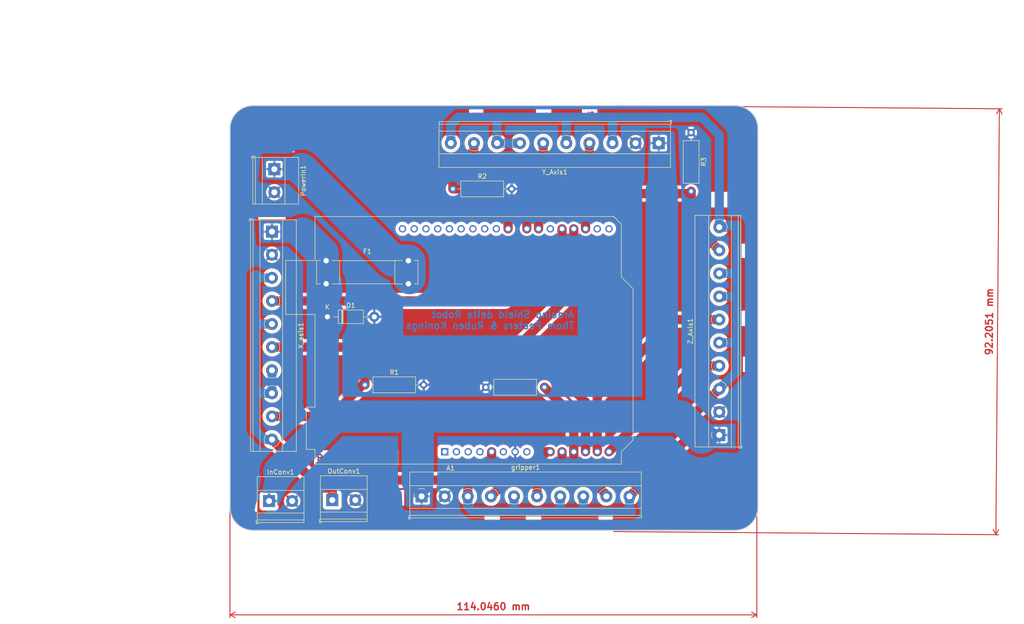
<source format=kicad_pcb>
(kicad_pcb (version 20221018) (generator pcbnew)
  (layers (0 "F.Cu" signal) (31 "B.Cu" signal) (34 "B.Paste" user) (35 "F.Paste" user) (36 "B.SilkS" user "B.Silkscreen") (37 "F.SilkS" user "F.Silkscreen") (38 "B.Mask" user) (39 "F.Mask" user) (44 "Edge.Cuts" user))
  (net 0 "")
  (net 17 "/24+")
  (net 18 "GND")
  (net 19 "/5V")
  (net 20 "/DirGrip")
  (net 21 "/LimitSwY")
  (net 22 "/DirY")
  (net 23 "/StepY")
  (net 24 "/LimitSwX")
  (net 25 "/DirX")
  (net 26 "/StepX")
  (net 27 "/LimitSwZ")
  (net 28 "/LimitSwGrip")
  (net 29 "/StepGrip")
  (net 31 "/DirZ")
  (net 33 "/stepZ")
  (net 34 "/24 V  in")
  (footprint "TerminalBlock_Phoenix:TerminalBlock_Phoenix_MKDS-1,5-10_1x10_P5.00mm_Horizontal" (layer "F.Cu") (at 270.256 151.332 90)
    (fp_text reference "Z_Axis1" (at 22.5 -6.26 90) (layer "F.SilkS"))
    (fp_text value "Screw_Terminal_01x10" hide)
    (pad "1" thru_hole rect (at 0 0 90) (size 2.6 2.6) (drill 1.3) (layers "*.Cu" "*.Mask") (net 17 "/24+"))
    (pad "2" thru_hole circle (at 5 0 90) (size 2.6 2.6) (drill 1.3) (layers "*.Cu" "*.Mask") (net 18 "GND"))
    (pad "3" thru_hole circle (at 10 0 90) (size 2.6 2.6) (drill 1.3) (layers "*.Cu" "*.Mask") (net 19 "/5V"))
    (pad "4" thru_hole circle (at 15 0 90) (size 2.6 2.6) (drill 1.3) (layers "*.Cu" "*.Mask") (net 33 "/stepZ"))
    (pad "5" thru_hole circle (at 20 0 90) (size 2.6 2.6) (drill 1.3) (layers "*.Cu" "*.Mask") (net 19 "/5V"))
    (pad "6" thru_hole circle (at 25 0 90) (size 2.6 2.6) (drill 1.3) (layers "*.Cu" "*.Mask") (net 31 "/DirZ"))
    (pad "7" thru_hole circle (at 30 0 90) (size 2.6 2.6) (drill 1.3) (layers "*.Cu" "*.Mask") (net 19 "/5V"))
    (pad "8" thru_hole circle (at 35 0 90) (size 2.6 2.6) (drill 1.3) (layers "*.Cu" "*.Mask") (net 19 "/5V"))
    (pad "9" thru_hole circle (at 40 0 90) (size 2.6 2.6) (drill 1.3) (layers "*.Cu" "*.Mask") (net 27 "/LimitSwZ"))
    (pad "10" thru_hole circle (at 45 0 90) (size 2.6 2.6) (drill 1.3) (layers "*.Cu" "*.Mask") (net 19 "/5V"))
  )
  (footprint "Resistor_THT:R_Axial_DIN0309_L9.0mm_D3.2mm_P12.70mm_Horizontal" (layer "F.Cu") (at 219.71 140.97)
    (fp_text reference "R4" hide)
    (fp_text value "1KR")
    (pad "1" thru_hole circle (at 0 0) (size 1.6 1.6) (drill 0.8) (layers "*.Cu" "*.Mask") (net 18 "GND"))
    (pad "2" thru_hole oval (at 12.7 0) (size 1.6 1.6) (drill 0.8) (layers "*.Cu" "*.Mask") (net 28 "/LimitSwGrip"))
  )
  (footprint "Resistor_THT:R_Axial_DIN0309_L9.0mm_D3.2mm_P12.70mm_Horizontal" (layer "F.Cu") (at 193.548 140.462)
    (fp_text reference "R1" (at 6.35 -2.72) (layer "F.SilkS"))
    (fp_text value "1KR")
    (pad "1" thru_hole circle (at 0 0) (size 1.6 1.6) (drill 0.8) (layers "*.Cu" "*.Mask") (net 24 "/LimitSwX"))
    (pad "2" thru_hole oval (at 12.7 0) (size 1.6 1.6) (drill 0.8) (layers "*.Cu" "*.Mask") (net 18 "GND"))
  )
  (footprint "TerminalBlock_Phoenix:TerminalBlock_Phoenix_MKDS-1,5-10_1x10_P5.00mm_Horizontal" (layer "F.Cu") (at 257.142 88.138 180)
    (fp_text reference "Y_Axis1" (at 22.5 -6.26) (layer "F.SilkS"))
    (fp_text value "Screw_Terminal_01x10" hide)
    (pad "1" thru_hole rect (at 0 0 180) (size 2.6 2.6) (drill 1.3) (layers "*.Cu" "*.Mask") (net 17 "/24+"))
    (pad "2" thru_hole circle (at 5 0 180) (size 2.6 2.6) (drill 1.3) (layers "*.Cu" "*.Mask") (net 18 "GND"))
    (pad "3" thru_hole circle (at 10 0 180) (size 2.6 2.6) (drill 1.3) (layers "*.Cu" "*.Mask") (net 19 "/5V"))
    (pad "4" thru_hole circle (at 15 0 180) (size 2.6 2.6) (drill 1.3) (layers "*.Cu" "*.Mask") (net 23 "/StepY"))
    (pad "5" thru_hole circle (at 20 0 180) (size 2.6 2.6) (drill 1.3) (layers "*.Cu" "*.Mask") (net 19 "/5V"))
    (pad "6" thru_hole circle (at 25 0 180) (size 2.6 2.6) (drill 1.3) (layers "*.Cu" "*.Mask") (net 22 "/DirY"))
    (pad "7" thru_hole circle (at 30 0 180) (size 2.6 2.6) (drill 1.3) (layers "*.Cu" "*.Mask") (net 19 "/5V"))
    (pad "8" thru_hole circle (at 35 0 180) (size 2.6 2.6) (drill 1.3) (layers "*.Cu" "*.Mask") (net 19 "/5V"))
    (pad "9" thru_hole circle (at 40 0 180) (size 2.6 2.6) (drill 1.3) (layers "*.Cu" "*.Mask") (net 21 "/LimitSwY"))
    (pad "10" thru_hole circle (at 45 0 180) (size 2.6 2.6) (drill 1.3) (layers "*.Cu" "*.Mask") (net 19 "/5V"))
  )
  (footprint "Resistor_THT:R_Axial_DIN0309_L9.0mm_D3.2mm_P12.70mm_Horizontal" (layer "F.Cu") (at 212.598 98.044)
    (fp_text reference "R2" (at 6.35 -2.72) (layer "F.SilkS"))
    (fp_text value "1KR")
    (pad "1" thru_hole circle (at 0 0) (size 1.6 1.6) (drill 0.8) (layers "*.Cu" "*.Mask") (net 21 "/LimitSwY"))
    (pad "2" thru_hole oval (at 12.7 0) (size 1.6 1.6) (drill 0.8) (layers "*.Cu" "*.Mask") (net 18 "GND"))
  )
  (footprint "TerminalBlock_Phoenix:TerminalBlock_Phoenix_MKDS-1,5-10_1x10_P5.00mm_Horizontal" (layer "F.Cu") (at 205.82 164.592)
    (fp_text reference "gripper1" (at 22.5 -6.26) (layer "F.SilkS"))
    (fp_text value "Screw_Terminal_01x10")
    (pad "1" thru_hole rect (at 0 0) (size 2.6 2.6) (drill 1.3) (layers "*.Cu" "*.Mask") (net 17 "/24+"))
    (pad "2" thru_hole circle (at 5 0) (size 2.6 2.6) (drill 1.3) (layers "*.Cu" "*.Mask") (net 18 "GND"))
    (pad "3" thru_hole circle (at 10 0) (size 2.6 2.6) (drill 1.3) (layers "*.Cu" "*.Mask") (net 19 "/5V"))
    (pad "4" thru_hole circle (at 15 0) (size 2.6 2.6) (drill 1.3) (layers "*.Cu" "*.Mask") (net 29 "/StepGrip"))
    (pad "5" thru_hole circle (at 20 0) (size 2.6 2.6) (drill 1.3) (layers "*.Cu" "*.Mask") (net 19 "/5V"))
    (pad "6" thru_hole circle (at 25 0) (size 2.6 2.6) (drill 1.3) (layers "*.Cu" "*.Mask") (net 20 "/DirGrip"))
    (pad "7" thru_hole circle (at 30 0) (size 2.6 2.6) (drill 1.3) (layers "*.Cu" "*.Mask") (net 19 "/5V"))
    (pad "8" thru_hole circle (at 35 0) (size 2.6 2.6) (drill 1.3) (layers "*.Cu" "*.Mask") (net 19 "/5V"))
    (pad "9" thru_hole circle (at 40 0) (size 2.6 2.6) (drill 1.3) (layers "*.Cu" "*.Mask") (net 28 "/LimitSwGrip"))
    (pad "10" thru_hole circle (at 45 0) (size 2.6 2.6) (drill 1.3) (layers "*.Cu" "*.Mask") (net 19 "/5V"))
  )
  (footprint "TerminalBlock_Phoenix:TerminalBlock_Phoenix_MKDS-1,5-2_1x02_P5.00mm_Horizontal" (layer "F.Cu") (at 172.8 165.608)
    (fp_text reference "InConv1" (at 2.5 -6.26) (layer "F.SilkS"))
    (fp_text value "Screw_Terminal_01x02")
    (pad "1" thru_hole rect (at 0 0) (size 2.6 2.6) (drill 1.3) (layers "*.Cu" "*.Mask") (net 17 "/24+"))
    (pad "2" thru_hole circle (at 5 0) (size 2.6 2.6) (drill 1.3) (layers "*.Cu" "*.Mask") (net 18 "GND"))
  )
  (footprint "Module:Arduino_UNO_R3" (layer "F.Cu") (at 210.82 109.22)
    (fp_text reference "A1" (at 1.27 49.276 180) (layer "F.SilkS"))
    (fp_text value "Arduino_UNO_R3")
    (pad "1" thru_hole rect (at 0 45.72 270) (size 1.6 1.6) (drill 1) (layers "*.Cu" "*.Mask"))
    (pad "2" thru_hole oval (at 2.54 45.72 270) (size 1.6 1.6) (drill 1) (layers "*.Cu" "*.Mask"))
    (pad "3" thru_hole oval (at 5.08 45.72 270) (size 1.6 1.6) (drill 1) (layers "*.Cu" "*.Mask"))
    (pad "4" thru_hole oval (at 7.62 45.72 270) (size 1.6 1.6) (drill 1) (layers "*.Cu" "*.Mask"))
    (pad "5" thru_hole oval (at 10.16 45.72 270) (size 1.6 1.6) (drill 1) (layers "*.Cu" "*.Mask") (net 19 "/5V"))
    (pad "6" thru_hole oval (at 12.7 45.72 270) (size 1.6 1.6) (drill 1) (layers "*.Cu" "*.Mask"))
    (pad "7" thru_hole oval (at 15.24 45.72 270) (size 1.6 1.6) (drill 1) (layers "*.Cu" "*.Mask") (net 18 "GND"))
    (pad "8" thru_hole oval (at 17.78 45.72 270) (size 1.6 1.6) (drill 1) (layers "*.Cu" "*.Mask"))
    (pad "9" thru_hole oval (at 22.86 45.72 270) (size 1.6 1.6) (drill 1) (layers "*.Cu" "*.Mask") (net 29 "/StepGrip"))
    (pad "10" thru_hole oval (at 25.4 45.72 270) (size 1.6 1.6) (drill 1) (layers "*.Cu" "*.Mask") (net 20 "/DirGrip"))
    (pad "11" thru_hole oval (at 27.94 45.72 270) (size 1.6 1.6) (drill 1) (layers "*.Cu" "*.Mask") (net 28 "/LimitSwGrip"))
    (pad "12" thru_hole oval (at 30.48 45.72 270) (size 1.6 1.6) (drill 1) (layers "*.Cu" "*.Mask") (net 24 "/LimitSwX"))
    (pad "13" thru_hole oval (at 33.02 45.72 270) (size 1.6 1.6) (drill 1) (layers "*.Cu" "*.Mask") (net 31 "/DirZ"))
    (pad "14" thru_hole oval (at 35.56 45.72 270) (size 1.6 1.6) (drill 1) (layers "*.Cu" "*.Mask") (net 33 "/stepZ"))
    (pad "15" thru_hole oval (at 35.56 -2.54 270) (size 1.6 1.6) (drill 1) (layers "*.Cu" "*.Mask"))
    (pad "16" thru_hole oval (at 33.02 -2.54 270) (size 1.6 1.6) (drill 1) (layers "*.Cu" "*.Mask"))
    (pad "17" thru_hole oval (at 30.48 -2.54 270) (size 1.6 1.6) (drill 1) (layers "*.Cu" "*.Mask") (net 27 "/LimitSwZ"))
    (pad "18" thru_hole oval (at 27.94 -2.54 270) (size 1.6 1.6) (drill 1) (layers "*.Cu" "*.Mask") (net 25 "/DirX"))
    (pad "19" thru_hole oval (at 25.4 -2.54 270) (size 1.6 1.6) (drill 1) (layers "*.Cu" "*.Mask") (net 26 "/StepX"))
    (pad "20" thru_hole oval (at 22.86 -2.54 270) (size 1.6 1.6) (drill 1) (layers "*.Cu" "*.Mask"))
    (pad "21" thru_hole oval (at 20.32 -2.54 270) (size 1.6 1.6) (drill 1) (layers "*.Cu" "*.Mask") (net 23 "/StepY"))
    (pad "22" thru_hole oval (at 17.78 -2.54 270) (size 1.6 1.6) (drill 1) (layers "*.Cu" "*.Mask") (net 22 "/DirY"))
    (pad "23" thru_hole oval (at 13.72 -2.54 270) (size 1.6 1.6) (drill 1) (layers "*.Cu" "*.Mask") (net 21 "/LimitSwY"))
    (pad "24" thru_hole oval (at 11.18 -2.54 270) (size 1.6 1.6) (drill 1) (layers "*.Cu" "*.Mask"))
    (pad "25" thru_hole oval (at 8.64 -2.54 270) (size 1.6 1.6) (drill 1) (layers "*.Cu" "*.Mask"))
    (pad "26" thru_hole oval (at 6.1 -2.54 270) (size 1.6 1.6) (drill 1) (layers "*.Cu" "*.Mask"))
    (pad "27" thru_hole oval (at 3.56 -2.54 270) (size 1.6 1.6) (drill 1) (layers "*.Cu" "*.Mask"))
    (pad "28" thru_hole oval (at 1.02 -2.54 270) (size 1.6 1.6) (drill 1) (layers "*.Cu" "*.Mask"))
    (pad "29" thru_hole oval (at -1.52 -2.54 270) (size 1.6 1.6) (drill 1) (layers "*.Cu" "*.Mask"))
    (pad "30" thru_hole oval (at -4.06 -2.54 270) (size 1.6 1.6) (drill 1) (layers "*.Cu" "*.Mask"))
    (pad "31" thru_hole oval (at -6.6 -2.54 270) (size 1.6 1.6) (drill 1) (layers "*.Cu" "*.Mask"))
    (pad "32" thru_hole oval (at -9.14 -2.54 270) (size 1.6 1.6) (drill 1) (layers "*.Cu" "*.Mask"))
  )
  (footprint "TerminalBlock_Phoenix:TerminalBlock_Phoenix_MKDS-1,5-2_1x02_P5.00mm_Horizontal" (layer "F.Cu") (at 186.476 165.405)
    (fp_text reference "OutConv1" (at 2.5 -6.26) (layer "F.SilkS"))
    (fp_text value "Screw_Terminal_01x02")
    (pad "1" thru_hole rect (at 0 0) (size 2.6 2.6) (drill 1.3) (layers "*.Cu" "*.Mask") (net 19 "/5V"))
    (pad "2" thru_hole circle (at 5 0) (size 2.6 2.6) (drill 1.3) (layers "*.Cu" "*.Mask") (net 18 "GND"))
  )
  (footprint "Fuse:Fuseholder_Clip-5x20mm_Bel_FC-203-22_Lateral_P17.80x5.00mm_D1.17mm_Horizontal" (layer "F.Cu") (at 185.156 113.578)
    (fp_text reference "F1" (at 8.9 -2) (layer "F.SilkS"))
    (fp_text value "Fuse")
    (pad "1" thru_hole roundrect (at 0 0) (size 2.2 2.2) (drill 1.17) (layers "*.Cu" "*.Mask") (net 17 "/24+"))
    (pad "1" thru_hole roundrect (at 0 5) (size 2.2 2.2) (drill 1.17) (layers "*.Cu" "*.Mask") (net 17 "/24+"))
    (pad "2" thru_hole circle (at 17.8 0) (size 2.2 2.2) (drill 1.17) (layers "*.Cu" "*.Mask") (net 34 "/24 V  in"))
    (pad "2" thru_hole circle (at 17.8 5) (size 2.2 2.2) (drill 1.17) (layers "*.Cu" "*.Mask") (net 34 "/24 V  in"))
  )
  (footprint "TerminalBlock_Phoenix:TerminalBlock_Phoenix_MKDS-1,5-10_1x10_P5.00mm_Horizontal" (layer "F.Cu") (at 173.431 107.294 -90)
    (fp_text reference "X_asis1" (at 22.5 -6.26 -90) (layer "F.SilkS"))
    (fp_text value "Screw_Terminal_01x10")
    (pad "1" thru_hole rect (at 0 0 270) (size 2.6 2.6) (drill 1.3) (layers "*.Cu" "*.Mask") (net 17 "/24+"))
    (pad "2" thru_hole circle (at 5 0 270) (size 2.6 2.6) (drill 1.3) (layers "*.Cu" "*.Mask") (net 18 "GND"))
    (pad "3" thru_hole circle (at 10 0 270) (size 2.6 2.6) (drill 1.3) (layers "*.Cu" "*.Mask") (net 19 "/5V"))
    (pad "4" thru_hole circle (at 15 0 270) (size 2.6 2.6) (drill 1.3) (layers "*.Cu" "*.Mask") (net 26 "/StepX"))
    (pad "5" thru_hole circle (at 20 0 270) (size 2.6 2.6) (drill 1.3) (layers "*.Cu" "*.Mask") (net 19 "/5V"))
    (pad "6" thru_hole circle (at 25 0 270) (size 2.6 2.6) (drill 1.3) (layers "*.Cu" "*.Mask") (net 25 "/DirX"))
    (pad "7" thru_hole circle (at 30 0 270) (size 2.6 2.6) (drill 1.3) (layers "*.Cu" "*.Mask") (net 19 "/5V"))
    (pad "8" thru_hole circle (at 35 0 270) (size 2.6 2.6) (drill 1.3) (layers "*.Cu" "*.Mask") (net 19 "/5V"))
    (pad "9" thru_hole circle (at 40 0 270) (size 2.6 2.6) (drill 1.3) (layers "*.Cu" "*.Mask") (net 24 "/LimitSwX"))
    (pad "10" thru_hole circle (at 45 0 270) (size 2.6 2.6) (drill 1.3) (layers "*.Cu" "*.Mask") (net 19 "/5V"))
  )
  (footprint "Resistor_THT:R_Axial_DIN0309_L9.0mm_D3.2mm_P12.70mm_Horizontal" (layer "F.Cu") (at 264.16 85.852 -90)
    (fp_text reference "R3" (at 6.35 -2.72 90) (layer "F.SilkS"))
    (fp_text value "1KR")
    (pad "1" thru_hole circle (at 0 0 270) (size 1.6 1.6) (drill 0.8) (layers "*.Cu" "*.Mask") (net 18 "GND"))
    (pad "2" thru_hole oval (at 12.7 0 270) (size 1.6 1.6) (drill 0.8) (layers "*.Cu" "*.Mask") (net 27 "/LimitSwZ"))
  )
  (footprint "TerminalBlock_Phoenix:TerminalBlock_Phoenix_MKDS-1,5-2_1x02_P5.00mm_Horizontal" (layer "F.Cu") (at 173.939 93.766 -90)
    (fp_text reference "PowerIn1" (at 2.5 -6.26 90) (layer "F.SilkS"))
    (fp_text value "Screw_Terminal_01x02")
    (pad "1" thru_hole rect (at 0 0 270) (size 2.6 2.6) (drill 1.3) (layers "*.Cu" "*.Mask") (net 34 "/24 V  in"))
    (pad "2" thru_hole circle (at 5 0 270) (size 2.6 2.6) (drill 1.3) (layers "*.Cu" "*.Mask") (net 18 "GND"))
  )
  (footprint "Diode_THT:D_DO-41_SOD81_P10.16mm_Horizontal" (layer "F.Cu") (at 185.42 125.73)
    (fp_text reference "D1" (at 5.08 -2.47) (layer "F.SilkS"))
    (fp_text value "1N47xxA")
    (fp_text user "K" (at 0 -2.1) (layer "F.SilkS"))
    (pad "1" thru_hole rect (at 0 0) (size 2.2 2.2) (drill 1.1) (layers "*.Cu" "*.Mask") (net 17 "/24+"))
    (pad "2" thru_hole oval (at 10.16 0) (size 2.2 2.2) (drill 1.1) (layers "*.Cu" "*.Mask") (net 18 "GND"))
  )
  (gr_arc (start 273.638 80.01) (mid 277.173534 81.474466) (end 278.638 85.01) (stroke (width 0.2)) (layer "Edge.Cuts"))
  (gr_arc (start 164.338 85.01) (mid 165.802466 81.474466) (end 169.338 80.01) (stroke (width 0.2)) (layer "Edge.Cuts"))
  (gr_line (start 273.638 171.958) (end 169.338 171.958) (stroke (width 0.2)) (layer "Edge.Cuts"))
  (gr_arc (start 278.638 166.958) (mid 277.173534 170.493534) (end 273.638 171.958) (stroke (width 0.2)) (layer "Edge.Cuts"))
  (gr_arc (start 169.338 171.958) (mid 165.802466 170.493534) (end 164.338 166.958) (stroke (width 0.2)) (layer "Edge.Cuts"))
  (gr_line (start 278.638 85.01) (end 278.638 166.958) (stroke (width 0.2)) (layer "Edge.Cuts"))
  (gr_line (start 169.338 80.01) (end 273.638 80.01) (stroke (width 0.2)) (layer "Edge.Cuts"))
  (gr_line (start 164.338 166.958) (end 164.338 85.01) (stroke (width 0.2)) (layer "Edge.Cuts"))
  (gr_text "5+" (at 182.88 166.624 90) (layer "F.Cu") (effects (font (size 1 1) (thickness 0.25) bold) (justify left bottom)))
  (gr_text "LS" (at 244.602 170.942) (layer "F.Cu") (effects (font (size 1 1) (thickness 0.25) bold) (justify left bottom)))
  (gr_text "24+" (at 268.478 159.258) (layer "F.Cu") (effects (font (size 1.5 1.5) (thickness 0.3) bold) (justify left bottom)))
  (gr_text "Buck converter\n" (at 182.88 157.226) (layer "F.Cu") (effects (font (size 1.5 1.5) (thickness 0.3) bold) (justify left bottom)))
  (gr_text "DP\n" (at 165.354 130.556 270) (layer "F.Cu") (effects (font (size 1 1) (thickness 0.25) bold) (justify left bottom)))
  (gr_text "DP" (at 233.426 81.534 180) (layer "F.Cu") (effects (font (size 1 1) (thickness 0.25) bold) (justify left bottom)))
  (gr_text "LS" (at 165.608 145.542 270) (layer "F.Cu") (effects (font (size 1 1) (thickness 0.25) bold) (justify left bottom)))
  (gr_text "SP\n" (at 165.608 121.158 270) (layer "F.Cu") (effects (font (size 1 1) (thickness 0.25) bold) (justify left bottom)))
  (gr_text "SP" (at 277.368 137.16 90) (layer "F.Cu") (effects (font (size 1 1) (thickness 0.25) bold) (justify left bottom)))
  (gr_text "24 +\n" (at 169.418 167.386 90) (layer "F.Cu") (effects (font (size 1 1) (thickness 0.25) bold) (justify left bottom)))
  (gr_text "LS" (at 277.114 112.522 90) (layer "F.Cu") (effects (font (size 1 1) (thickness 0.25) bold) (justify left bottom)))
  (gr_text "24+" (at 170.942 103.886) (layer "F.Cu") (effects (font (size 1.5 1.5) (thickness 0.3) bold) (justify left bottom)))
  (gr_text "SP" (at 243.332 81.28 180) (layer "F.Cu") (effects (font (size 1 1) (thickness 0.25) bold) (justify left bottom)))
  (gr_text "24+" (at 264.16 92.202) (layer "F.Cu") (effects (font (size 1.5 1.5) (thickness 0.3) bold) (justify left bottom)))
  (gr_text "DP" (at 277.114 127.254 90) (layer "F.Cu") (effects (font (size 1 1) (thickness 0.25) bold) (justify left bottom)))
  (gr_text "24 in\n" (at 171.45 89.408) (layer "F.Cu") (effects (font (size 1.5 1.5) (thickness 0.3) bold) (justify left bottom)))
  (gr_text "24+" (at 196.596 165.862) (layer "F.Cu") (effects (font (size 1.5 1.5) (thickness 0.3) bold) (justify left bottom)))
  (gr_text "SP\n" (at 219.964 170.942) (layer "F.Cu") (effects (font (size 1 1) (thickness 0.25) bold) (justify left bottom)))
  (gr_text "LS" (at 218.694 81.534 180) (layer "F.Cu") (effects (font (size 1 1) (thickness 0.25) bold) (justify left bottom)))
  (gr_text "DP" (at 228.854 170.942) (layer "F.Cu") (effects (font (size 1 1) (thickness 0.25) bold) (justify left bottom)))
  (gr_text "Arduino Shield delta Robot\nThom Peeters & Ruben Konings" (at 239.014 128.524) (layer "B.Cu") (effects (font (size 1.5 1.5) (thickness 0.3) bold) (justify left bottom mirror)))
  (dimension (type aligned) (layer "F.Cu") (pts (xy 164.338 112.014) (xy 278.384 112.014)) (height 78.232) (gr_text "114,0460 mm" (at 221.361 188.446) (layer "F.Cu") (effects (font (size 1.5 1.5) (thickness 0.3)))) (format (prefix "") (suffix "") (units 3) (units_format 1) (precision 4)) (style (thickness 0.2) (arrow_length 1.27) (text_position_mode 0) (extension_height 0.58642) (extension_offset 0.5) keep_text_aligned))
  (dimension (type aligned) (layer "F.Cu") (pts (xy 246.888 172.212) (xy 247.65 80.01)) (height 83.243244) (gr_text "92,2051 mm" (at 328.709462 126.784061 89.52649194) (layer "F.Cu") (effects (font (size 1.5 1.5) (thickness 0.3)))) (format (prefix "") (suffix "") (units 3) (units_format 1) (precision 4)) (style (thickness 0.2) (arrow_length 1.27) (text_position_mode 0) (extension_height 0.58642) (extension_offset 0.5) keep_text_aligned))
  (segment (start 184.404 112.014) (end 180.086 107.696) (width 7) (layer "B.Cu") (net 17))
  (segment (start 184.404 144.018) (end 184.404 128.016) (width 7) (layer "B.Cu") (net 17))
  (segment (start 184.404 128.016) (end 184.404 121.158) (width 7) (layer "B.Cu") (net 17))
  (segment (start 184.404 121.158) (end 184.404 112.014) (width 7) (layer "B.Cu") (net 17))
  (segment (start 257.81 147.32) (end 257.81 98.298) (width 7) (layer "B.Cu") (net 17))
  (segment (start 204.978 147.32) (end 257.81 147.32) (width 7) (layer "B.Cu") (net 17))
  (segment (start 184.404 128.016) (end 185.42 127) (width 7) (layer "B.Cu") (net 17))
  (segment (start 185.42 127) (end 185.42 124.968) (width 7) (layer "B.Cu") (net 17))
  (segment (start 204.978 147.32) (end 204.978 161.29) (width 7) (layer "B.Cu") (net 17))
  (segment (start 185.166 149.098) (end 175.006 159.258) (width 7) (layer "B.Cu") (net 17))
  (segment (start 185.166 147.32) (end 185.166 149.098) (width 7) (layer "B.Cu") (net 17))
  (segment (start 257.81 147.32) (end 261.874 147.32) (width 7) (layer "B.Cu") (net 17))
  (segment (start 261.874 147.32) (end 266.446 151.892) (width 7) (layer "B.Cu") (net 17))
  (segment (start 184.404 121.158) (end 185.156 120.406) (width 7) (layer "B.Cu") (net 17))
  (segment (start 185.156 120.406) (end 185.156 118.578) (width 7) (layer "B.Cu") (net 17))
  (segment (start 185.166 147.32) (end 204.978 147.32) (width 7) (layer "B.Cu") (net 17))
  (segment (start 220.98 156.718) (end 220.98 154.94) (width 2) (layer "F.Cu") (net 19))
  (segment (start 186.476 162.774) (end 188.175738 161.074262) (width 2) (layer "F.Cu") (net 19))
  (segment (start 270.256 141.332) (end 263.144 148.444) (width 2) (layer "F.Cu") (net 19))
  (segment (start 263.144 152.268) (end 250.82 164.592) (width 2) (layer "F.Cu") (net 19))
  (segment (start 183.911 162.774) (end 173.431 152.294) (width 2) (layer "F.Cu") (net 19))
  (segment (start 186.476 165.405) (end 186.476 162.774) (width 2) (layer "F.Cu") (net 19))
  (segment (start 215.82 161.878) (end 220.98 156.718) (width 2) (layer "F.Cu") (net 19))
  (segment (start 188.175738 161.074262) (end 215.684262 161.074262) (width 2) (layer "F.Cu") (net 19))
  (segment (start 215.82 161.878) (end 215.82 164.592) (width 2) (layer "F.Cu") (net 19))
  (segment (start 263.144 148.444) (end 263.144 152.268) (width 2) (layer "F.Cu") (net 19))
  (segment (start 186.476 162.774) (end 183.911 162.774) (width 2) (layer "F.Cu") (net 19))
  (segment (start 169.672 142.24) (end 169.726 142.294) (width 2) (layer "B.Cu") (net 19))
  (segment (start 215.82 166.798) (end 216.916 167.894) (width 2) (layer "B.Cu") (net 19))
  (segment (start 215.82 164.592) (end 215.82 166.798) (width 2) (layer "B.Cu") (net 19))
  (segment (start 237.142 88.138) (end 237.142 82.644) (width 2) (layer "B.Cu") (net 19))
  (segment (start 169.672 150.114) (end 169.672 142.24) (width 2) (layer "B.Cu") (net 19))
  (segment (start 273.812 116.332) (end 270.256 116.332) (width 2) (layer "B.Cu") (net 19))
  (segment (start 240.82 167.866) (end 240.82 164.592) (width 2) (layer "B.Cu") (net 19))
  (segment (start 274.066 130.556) (end 274.066 120.904) (width 2) (layer "B.Cu") (net 19))
  (segment (start 270.256 86.36) (end 266.446 82.55) (width 2) (layer "B.Cu") (net 19))
  (segment (start 274.066 137.522) (end 274.066 131.572) (width 2) (layer "B.Cu") (net 19))
  (segment (start 169.712 127.294) (end 173.431 127.294) (width 2) (layer "B.Cu") (net 19))
  (segment (start 213.718 82.55) (end 212.142 84.126) (width 2) (layer "B.Cu") (net 19))
  (segment (start 235.966 167.894) (end 235.82 167.748) (width 2) (layer "B.Cu") (net 19))
  (segment (start 225.806 167.894) (end 225.82 167.88) (width 2) (layer "B.Cu") (net 19))
  (segment (start 170.634 117.294) (end 173.431 117.294) (width 2) (layer "B.Cu") (net 19))
  (segment (start 240.792 167.894) (end 251.206 167.894) (width 2) (layer "B.Cu") (net 19))
  (segment (start 240.792 167.894) (end 240.82 167.866) (width 2) (layer "B.Cu") (net 19))
  (segment (start 169.672 127.254) (end 169.672 116.84) (width 2) (layer "B.Cu") (net 19))
  (segment (start 274.066 105.918) (end 272.14146 105.918) (width 2) (layer "B.Cu") (net 19))
  (segment (start 272.14146 105.918) (end 271.72746 106.332) (width 2) (layer "B.Cu") (net 19))
  (segment (start 169.926 116.586) (end 170.634 117.294) (width 2) (layer "B.Cu") (net 19))
  (segment (start 171.852 152.294) (end 169.672 150.114) (width 2) (layer "B.Cu") (net 19))
  (segment (start 222.25 82.55) (end 213.718 82.55) (width 2) (layer "B.Cu") (net 19))
  (segment (start 216.916 167.894) (end 225.806 167.894) (width 2) (layer "B.Cu") (net 19))
  (segment (start 169.726 142.294) (end 173.431 142.294) (width 2) (layer "B.Cu") (net 19))
  (segment (start 247.142 88.138) (end 247.142 82.804) (width 2) (layer "B.Cu") (net 19))
  (segment (start 274.066 131.572) (end 274.066 130.556) (width 2) (layer "B.Cu") (net 19))
  (segment (start 225.82 167.88) (end 225.82 164.592) (width 2) (layer "B.Cu") (net 19))
  (segment (start 274.066 120.904) (end 274.066 116.586) (width 2) (layer "B.Cu") (net 19))
  (segment (start 273.638 121.332) (end 270.256 121.332) (width 2) (layer "B.Cu") (net 19))
  (segment (start 173.431 152.294) (end 171.852 152.294) (width 2) (layer "B.Cu") (net 19))
  (segment (start 235.966 167.894) (end 240.792 167.894) (width 2) (layer "B.Cu") (net 19))
  (segment (start 274.066 131.572) (end 273.826 131.332) (width 2) (layer "B.Cu") (net 19))
  (segment (start 212.142 84.126) (end 212.142 88.138) (width 2) (layer "B.Cu") (net 19))
  (segment (start 251.206 167.894) (end 250.82 167.508) (width 2) (layer "B.Cu") (net 19))
  (segment (start 247.142 82.804) (end 247.396 82.55) (width 0.25) (layer "B.Cu") (net 19))
  (segment (start 271.72746 106.332) (end 270.256 106.332) (width 2) (layer "B.Cu") (net 19))
  (segment (start 247.396 82.55) (end 237.236 82.55) (width 2) (layer "B.Cu") (net 19))
  (segment (start 274.066 116.586) (end 273.812 116.332) (width 2) (layer "B.Cu") (net 19))
  (segment (start 169.672 142.24) (end 169.672 127.254) (width 2) (layer "B.Cu") (net 19))
  (segment (start 266.446 82.55) (end 247.396 82.55) (width 2) (layer "B.Cu") (net 19))
  (segment (start 235.82 167.748) (end 235.82 164.592) (width 2) (layer "B.Cu") (net 19))
  (segment (start 270.256 141.332) (end 274.066 137.522) (width 2) (layer "B.Cu") (net 19))
  (segment (start 222.142 88.138) (end 227.142 88.138) (width 2) (layer "B.Cu") (net 19))
  (segment (start 237.236 82.55) (end 222.25 82.55) (width 2) (layer "B.Cu") (net 19))
  (segment (start 237.142 82.644) (end 237.236 82.55) (width 2) (layer "B.Cu") (net 19))
  (segment (start 273.826 131.332) (end 270.256 131.332) (width 2) (layer "B.Cu") (net 19))
  (segment (start 270.256 106.332) (end 270.256 86.36) (width 2) (layer "B.Cu") (net 19))
  (segment (start 222.142 88.138) (end 222.142 82.658) (width 2) (layer "B.Cu") (net 19))
  (segment (start 173.431 142.294) (end 173.431 137.294) (width 2) (layer "B.Cu") (net 19))
  (segment (start 225.806 167.894) (end 235.966 167.894) (width 2) (layer "B.Cu") (net 19))
  (segment (start 274.066 120.904) (end 273.638 121.332) (width 2) (layer "B.Cu") (net 19))
  (segment (start 169.672 116.84) (end 169.926 116.586) (width 2) (layer "B.Cu") (net 19))
  (segment (start 250.82 167.508) (end 250.82 164.592) (width 2) (layer "B.Cu") (net 19))
  (segment (start 169.672 127.254) (end 169.712 127.294) (width 2) (layer "B.Cu") (net 19))
  (segment (start 222.142 82.658) (end 222.25 82.55) (width 2) (layer "B.Cu") (net 19))
  (segment (start 274.066 116.586) (end 274.066 105.918) (width 2) (layer "B.Cu") (net 19))
  (segment (start 230.82 161.864) (end 230.82 164.592) (width 2) (layer "F.Cu") (net 20))
  (segment (start 236.22 156.464) (end 230.82 161.864) (width 2) (layer "F.Cu") (net 20))
  (segment (start 236.22 154.94) (end 236.22 156.464) (width 2) (layer "F.Cu") (net 20))
  (segment (start 217.142 89.69) (end 217.142 88.138) (width 2) (layer "F.Cu") (net 21))
  (segment (start 224.54 106.68) (end 224.54 103.382) (width 2) (layer "F.Cu") (net 21))
  (segment (start 219.202 98.044) (end 212.598 98.044) (width 2) (layer "F.Cu") (net 21))
  (segment (start 212.598 94.234) (end 217.142 89.69) (width 2) (layer "F.Cu") (net 21))
  (segment (start 212.598 98.044) (end 212.598 94.234) (width 2) (layer "F.Cu") (net 21))
  (segment (start 224.54 103.382) (end 219.202 98.044) (width 2) (layer "F.Cu") (net 21))
  (segment (start 228.6 93.98) (end 228.6 106.68) (width 2) (layer "F.Cu") (net 22))
  (segment (start 228.6 106.68) (end 229.108 106.172) (width 0.25) (layer "F.Cu") (net 22))
  (segment (start 232.142 90.438) (end 228.6 93.98) (width 2) (layer "F.Cu") (net 22))
  (segment (start 232.142 88.138) (end 232.142 90.438) (width 2) (layer "F.Cu") (net 22))
  (segment (start 231.14 103.037) (end 242.142 92.035) (width 2) (layer "F.Cu") (net 23))
  (segment (start 231.14 106.68) (end 231.14 103.037) (width 2) (layer "F.Cu") (net 23))
  (segment (start 242.142 92.035) (end 242.142 88.138) (width 2) (layer "F.Cu") (net 23))
  (segment (start 193.548 137.414) (end 193.548 140.462) (width 2) (layer "F.Cu") (net 24))
  (segment (start 241.3 144.145) (end 241.3 154.94) (width 2) (layer "F.Cu") (net 24))
  (segment (start 194.056 136.906) (end 193.548 137.414) (width 2) (layer "F.Cu") (net 24))
  (segment (start 186.208 147.294) (end 173.431 147.294) (width 2) (layer "F.Cu") (net 24))
  (segment (start 193.04 140.462) (end 186.208 147.294) (width 2) (layer "F.Cu") (net 24))
  (segment (start 240.665 143.51) (end 234.061 136.906) (width 2) (layer "F.Cu") (net 24))
  (segment (start 234.061 136.906) (end 194.056 136.906) (width 2) (layer "F.Cu") (net 24))
  (segment (start 193.548 140.462) (end 193.04 140.462) (width 2) (layer "F.Cu") (net 24))
  (segment (start 240.665 143.51) (end 241.3 144.145) (width 0.25) (layer "F.Cu") (net 24))
  (segment (start 238.76 120.015) (end 226.481 132.294) (width 2) (layer "F.Cu") (net 25))
  (segment (start 226.481 132.294) (end 173.431 132.294) (width 2) (layer "F.Cu") (net 25))
  (segment (start 238.76 106.68) (end 238.76 120.015) (width 2) (layer "F.Cu") (net 25))
  (segment (start 236.22 109.855) (end 223.781 122.294) (width 2) (layer "F.Cu") (net 26))
  (segment (start 217.69 122.294) (end 173.431 122.294) (width 2) (layer "F.Cu") (net 26))
  (segment (start 236.22 106.68) (end 236.22 109.855) (width 2) (layer "F.Cu") (net 26))
  (segment (start 223.781 122.294) (end 217.69 122.294) (width 2) (layer "F.Cu") (net 26))
  (segment (start 264.16 105.236) (end 270.256 111.332) (width 2) (layer "F.Cu") (net 27))
  (segment (start 247.015 99.06) (end 241.3 104.775) (width 2) (layer "F.Cu") (net 27))
  (segment (start 264.16 98.552) (end 263.652 99.06) (width 2) (layer "F.Cu") (net 27))
  (segment (start 263.652 99.06) (end 247.015 99.06) (width 2) (layer "F.Cu") (net 27))
  (segment (start 241.3 104.775) (end 241.3 106.68) (width 2) (layer "F.Cu") (net 27))
  (segment (start 264.16 98.552) (end 264.16 105.236) (width 2) (layer "F.Cu") (net 27))
  (segment (start 238.76 154.94) (end 238.76 147.32) (width 2) (layer "F.Cu") (net 28))
  (segment (start 238.76 147.32) (end 232.41 140.97) (width 2) (layer "F.Cu") (net 28))
  (segment (start 238.76 157.226) (end 238.76 154.94) (width 2) (layer "F.Cu") (net 28))
  (segment (start 245.82 164.286) (end 238.76 157.226) (width 2) (layer "F.Cu") (net 28))
  (segment (start 245.82 164.592) (end 245.82 164.286) (width 2) (layer "F.Cu") (net 28))
  (segment (start 220.82 164.592) (end 226.154 159.258) (width 2) (layer "F.Cu") (net 29))
  (segment (start 228.6 159.258) (end 232.918 154.94) (width 2) (layer "F.Cu") (net 29))
  (segment (start 226.154 159.258) (end 228.6 159.258) (width 2) (layer "F.Cu") (net 29))
  (segment (start 232.918 154.94) (end 233.68 154.94) (width 2) (layer "F.Cu") (net 29))
  (segment (start 243.84 142.875) (end 243.84 154.94) (width 2) (layer "F.Cu") (net 31))
  (segment (start 260.383 126.332) (end 243.84 142.875) (width 2) (layer "F.Cu") (net 31))
  (segment (start 270.256 126.332) (end 260.383 126.332) (width 2) (layer "F.Cu") (net 31))
  (segment (start 270.256 136.332) (end 264.988 136.332) (width 2) (layer "F.Cu") (net 33))
  (segment (start 264.988 136.332) (end 246.38 154.94) (width 2) (layer "F.Cu") (net 33))
  (segment (start 199.684 113.578) (end 179.872 93.766) (width 7) (layer "B.Cu") (net 34))
  (segment (start 203.2 113.822) (end 202.956 113.578) (width 7) (layer "B.Cu") (net 34))
  (segment (start 202.956 113.578) (end 199.684 113.578) (width 7) (layer "B.Cu") (net 34))
  (segment (start 203.2 117.348) (end 203.2 113.822) (width 7) (layer "B.Cu") (net 34))
  (zone (net 18) (net_name "GND") (layers "F&B.Cu") (connect_pads (clearance 0.75)) (min_thickness 0.25) (fill yes (thermal_gap 0.5) (thermal_bridge_width 0.5))
    (polygon (pts (xy 114.554 57.15) (xy 300.482 57.15) (xy 300.482 192.278) (xy 114.554 192.278)))
  )
  (zone (net 17) (net_name "/24+") (layer "B.Cu") (connect_pads (clearance 0.75)) (min_thickness 0.25) (fill yes (thermal_gap 0.5) (thermal_bridge_width 0.5))
    (polygon (pts (xy 172.393751 157.24084) (xy 178.235751 159.78084) (xy 174.015926 167.64) (xy 170.205926 167.64)))
  )
  (zone (net 17) (net_name "/24+") (layer "B.Cu") (connect_pads (clearance 0.75)) (min_thickness 0.25) (fill yes (thermal_gap 0.5) (thermal_bridge_width 0.5))
    (polygon (pts (xy 170.434 104.902) (xy 181.864 104.902) (xy 181.356 109.728) (xy 170.688 109.728)))
  )
  (zone (net 17) (net_name "/24+") (layer "B.Cu") (connect_pads (clearance 0.75)) (min_thickness 0.25) (fill yes (thermal_gap 0.5) (thermal_bridge_width 0.5))
    (polygon (pts (xy 202.184 161.544) (xy 202.438 166.878) (xy 208.28 166.878) (xy 208.28 162.052)))
  )
  (zone (net 17) (net_name "/24+") (layer "B.Cu") (connect_pads (clearance 0.75)) (min_thickness 0.25) (fill yes (thermal_gap 0.5) (thermal_bridge_width 0.5))
    (polygon (pts (xy 172.621825 157.24084) (xy 178.463825 159.78084) (xy 174.244 167.64) (xy 170.434 167.64)))
  )
  (zone (net 17) (net_name "/24+") (layer "B.Cu") (connect_pads (clearance 0.75)) (min_thickness 0.25) (fill yes (thermal_gap 0.5) (thermal_bridge_width 0.5))
    (polygon (pts (xy 255.016 85.598) (xy 260.604 85.598) (xy 261.112 98.298) (xy 254.762 98.044) (xy 255.016 85.852)))
  )
  (zone (net 34) (net_name "/24 V  in") (layer "B.Cu") (connect_pads (clearance 0.75)) (min_thickness 0.25) (fill yes (thermal_gap 0.5) (thermal_bridge_width 0.5))
    (polygon (pts (xy 171.713512 91.132239) (xy 178.816 91.186) (xy 178.054 96.266) (xy 171.205512 95.958239)))
  )
  (zone (net 17) (net_name "/24+") (layer "B.Cu") (connect_pads (clearance 0.75)) (min_thickness 0.25) (fill yes (thermal_gap 0.5) (thermal_bridge_width 0.5))
    (polygon (pts (xy 267.462 149.098) (xy 273.812 148.844) (xy 273.812 154.432) (xy 267.462 154.178)))
  )
)
</source>
